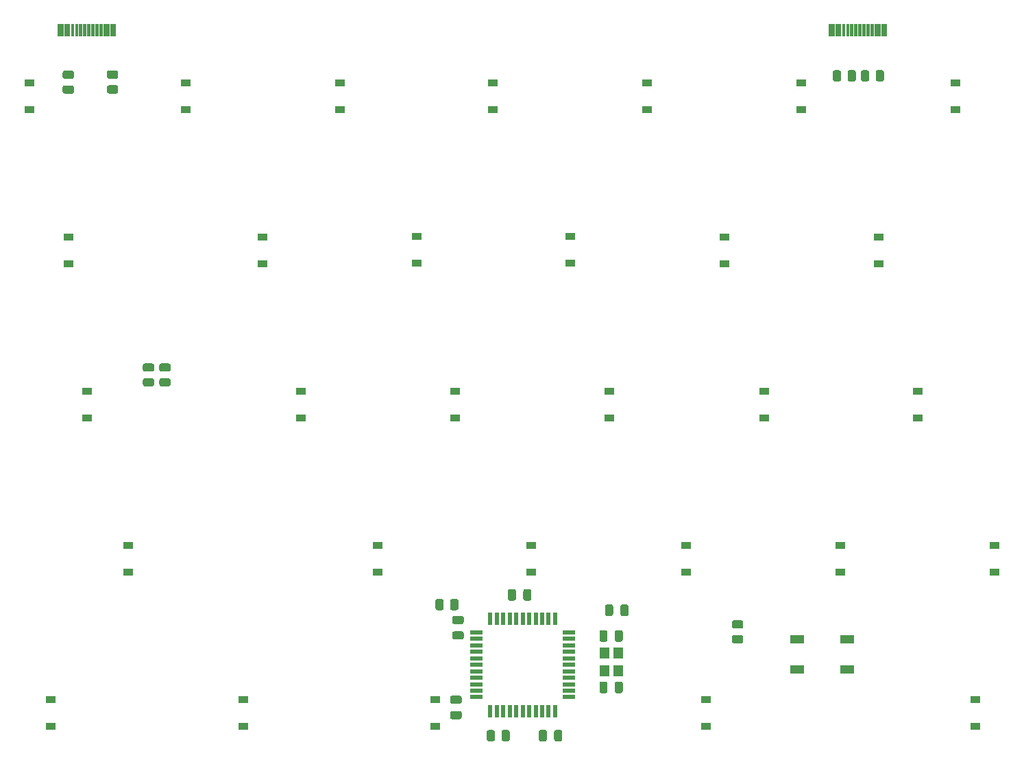
<source format=gbr>
%TF.GenerationSoftware,KiCad,Pcbnew,(5.1.10-1-10_14)*%
%TF.CreationDate,2022-06-17T20:08:22+09:00*%
%TF.ProjectId,pcb-left,7063622d-6c65-4667-942e-6b696361645f,rev?*%
%TF.SameCoordinates,Original*%
%TF.FileFunction,Paste,Bot*%
%TF.FilePolarity,Positive*%
%FSLAX46Y46*%
G04 Gerber Fmt 4.6, Leading zero omitted, Abs format (unit mm)*
G04 Created by KiCad (PCBNEW (5.1.10-1-10_14)) date 2022-06-17 20:08:22*
%MOMM*%
%LPD*%
G01*
G04 APERTURE LIST*
%ADD10R,1.200000X1.400000*%
%ADD11R,1.500000X0.550000*%
%ADD12R,0.550000X1.500000*%
%ADD13R,1.800000X1.100000*%
%ADD14R,1.200000X0.900000*%
G04 APERTURE END LIST*
%TO.C,R9*%
G36*
G01*
X96443750Y-113162501D02*
X96443750Y-112262499D01*
G75*
G02*
X96693749Y-112012500I249999J0D01*
G01*
X97218751Y-112012500D01*
G75*
G02*
X97468750Y-112262499I0J-249999D01*
G01*
X97468750Y-113162501D01*
G75*
G02*
X97218751Y-113412500I-249999J0D01*
G01*
X96693749Y-113412500D01*
G75*
G02*
X96443750Y-113162501I0J249999D01*
G01*
G37*
G36*
G01*
X94618750Y-113162501D02*
X94618750Y-112262499D01*
G75*
G02*
X94868749Y-112012500I249999J0D01*
G01*
X95393751Y-112012500D01*
G75*
G02*
X95643750Y-112262499I0J-249999D01*
G01*
X95643750Y-113162501D01*
G75*
G02*
X95393751Y-113412500I-249999J0D01*
G01*
X94868749Y-113412500D01*
G75*
G02*
X94618750Y-113162501I0J249999D01*
G01*
G37*
%TD*%
D10*
%TO.C,Y1*%
X117182000Y-120861000D03*
X117182000Y-118661000D03*
X115482000Y-118661000D03*
X115482000Y-120861000D03*
%TD*%
%TO.C,USB2*%
G36*
G01*
X149687000Y-42456000D02*
X149687000Y-41006000D01*
G75*
G02*
X149737000Y-40956000I50000J0D01*
G01*
X150337000Y-40956000D01*
G75*
G02*
X150387000Y-41006000I0J-50000D01*
G01*
X150387000Y-42456000D01*
G75*
G02*
X150337000Y-42506000I-50000J0D01*
G01*
X149737000Y-42506000D01*
G75*
G02*
X149687000Y-42456000I0J50000D01*
G01*
G37*
G36*
G01*
X143237000Y-42456000D02*
X143237000Y-41006000D01*
G75*
G02*
X143287000Y-40956000I50000J0D01*
G01*
X143887000Y-40956000D01*
G75*
G02*
X143937000Y-41006000I0J-50000D01*
G01*
X143937000Y-42456000D01*
G75*
G02*
X143887000Y-42506000I-50000J0D01*
G01*
X143287000Y-42506000D01*
G75*
G02*
X143237000Y-42456000I0J50000D01*
G01*
G37*
G36*
G01*
X148912000Y-42456000D02*
X148912000Y-41006000D01*
G75*
G02*
X148962000Y-40956000I50000J0D01*
G01*
X149562000Y-40956000D01*
G75*
G02*
X149612000Y-41006000I0J-50000D01*
G01*
X149612000Y-42456000D01*
G75*
G02*
X149562000Y-42506000I-50000J0D01*
G01*
X148962000Y-42506000D01*
G75*
G02*
X148912000Y-42456000I0J50000D01*
G01*
G37*
G36*
G01*
X144012000Y-42456000D02*
X144012000Y-41006000D01*
G75*
G02*
X144062000Y-40956000I50000J0D01*
G01*
X144662000Y-40956000D01*
G75*
G02*
X144712000Y-41006000I0J-50000D01*
G01*
X144712000Y-42456000D01*
G75*
G02*
X144662000Y-42506000I-50000J0D01*
G01*
X144062000Y-42506000D01*
G75*
G02*
X144012000Y-42456000I0J50000D01*
G01*
G37*
G36*
G01*
X144862000Y-42456000D02*
X144862000Y-41006000D01*
G75*
G02*
X144912000Y-40956000I50000J0D01*
G01*
X145212000Y-40956000D01*
G75*
G02*
X145262000Y-41006000I0J-50000D01*
G01*
X145262000Y-42456000D01*
G75*
G02*
X145212000Y-42506000I-50000J0D01*
G01*
X144912000Y-42506000D01*
G75*
G02*
X144862000Y-42456000I0J50000D01*
G01*
G37*
G36*
G01*
X148362000Y-42456000D02*
X148362000Y-41006000D01*
G75*
G02*
X148412000Y-40956000I50000J0D01*
G01*
X148712000Y-40956000D01*
G75*
G02*
X148762000Y-41006000I0J-50000D01*
G01*
X148762000Y-42456000D01*
G75*
G02*
X148712000Y-42506000I-50000J0D01*
G01*
X148412000Y-42506000D01*
G75*
G02*
X148362000Y-42456000I0J50000D01*
G01*
G37*
G36*
G01*
X145362000Y-42456000D02*
X145362000Y-41006000D01*
G75*
G02*
X145412000Y-40956000I50000J0D01*
G01*
X145712000Y-40956000D01*
G75*
G02*
X145762000Y-41006000I0J-50000D01*
G01*
X145762000Y-42456000D01*
G75*
G02*
X145712000Y-42506000I-50000J0D01*
G01*
X145412000Y-42506000D01*
G75*
G02*
X145362000Y-42456000I0J50000D01*
G01*
G37*
G36*
G01*
X147862000Y-42456000D02*
X147862000Y-41006000D01*
G75*
G02*
X147912000Y-40956000I50000J0D01*
G01*
X148212000Y-40956000D01*
G75*
G02*
X148262000Y-41006000I0J-50000D01*
G01*
X148262000Y-42456000D01*
G75*
G02*
X148212000Y-42506000I-50000J0D01*
G01*
X147912000Y-42506000D01*
G75*
G02*
X147862000Y-42456000I0J50000D01*
G01*
G37*
G36*
G01*
X145862000Y-42456000D02*
X145862000Y-41006000D01*
G75*
G02*
X145912000Y-40956000I50000J0D01*
G01*
X146212000Y-40956000D01*
G75*
G02*
X146262000Y-41006000I0J-50000D01*
G01*
X146262000Y-42456000D01*
G75*
G02*
X146212000Y-42506000I-50000J0D01*
G01*
X145912000Y-42506000D01*
G75*
G02*
X145862000Y-42456000I0J50000D01*
G01*
G37*
G36*
G01*
X147362000Y-42456000D02*
X147362000Y-41006000D01*
G75*
G02*
X147412000Y-40956000I50000J0D01*
G01*
X147712000Y-40956000D01*
G75*
G02*
X147762000Y-41006000I0J-50000D01*
G01*
X147762000Y-42456000D01*
G75*
G02*
X147712000Y-42506000I-50000J0D01*
G01*
X147412000Y-42506000D01*
G75*
G02*
X147362000Y-42456000I0J50000D01*
G01*
G37*
G36*
G01*
X146862000Y-42456000D02*
X146862000Y-41006000D01*
G75*
G02*
X146912000Y-40956000I50000J0D01*
G01*
X147212000Y-40956000D01*
G75*
G02*
X147262000Y-41006000I0J-50000D01*
G01*
X147262000Y-42456000D01*
G75*
G02*
X147212000Y-42506000I-50000J0D01*
G01*
X146912000Y-42506000D01*
G75*
G02*
X146862000Y-42456000I0J50000D01*
G01*
G37*
G36*
G01*
X146362000Y-42456000D02*
X146362000Y-41006000D01*
G75*
G02*
X146412000Y-40956000I50000J0D01*
G01*
X146712000Y-40956000D01*
G75*
G02*
X146762000Y-41006000I0J-50000D01*
G01*
X146762000Y-42456000D01*
G75*
G02*
X146712000Y-42506000I-50000J0D01*
G01*
X146412000Y-42506000D01*
G75*
G02*
X146362000Y-42456000I0J50000D01*
G01*
G37*
%TD*%
%TO.C,USB1*%
G36*
G01*
X54437000Y-42456000D02*
X54437000Y-41006000D01*
G75*
G02*
X54487000Y-40956000I50000J0D01*
G01*
X55087000Y-40956000D01*
G75*
G02*
X55137000Y-41006000I0J-50000D01*
G01*
X55137000Y-42456000D01*
G75*
G02*
X55087000Y-42506000I-50000J0D01*
G01*
X54487000Y-42506000D01*
G75*
G02*
X54437000Y-42456000I0J50000D01*
G01*
G37*
G36*
G01*
X47987000Y-42456000D02*
X47987000Y-41006000D01*
G75*
G02*
X48037000Y-40956000I50000J0D01*
G01*
X48637000Y-40956000D01*
G75*
G02*
X48687000Y-41006000I0J-50000D01*
G01*
X48687000Y-42456000D01*
G75*
G02*
X48637000Y-42506000I-50000J0D01*
G01*
X48037000Y-42506000D01*
G75*
G02*
X47987000Y-42456000I0J50000D01*
G01*
G37*
G36*
G01*
X53662000Y-42456000D02*
X53662000Y-41006000D01*
G75*
G02*
X53712000Y-40956000I50000J0D01*
G01*
X54312000Y-40956000D01*
G75*
G02*
X54362000Y-41006000I0J-50000D01*
G01*
X54362000Y-42456000D01*
G75*
G02*
X54312000Y-42506000I-50000J0D01*
G01*
X53712000Y-42506000D01*
G75*
G02*
X53662000Y-42456000I0J50000D01*
G01*
G37*
G36*
G01*
X48762000Y-42456000D02*
X48762000Y-41006000D01*
G75*
G02*
X48812000Y-40956000I50000J0D01*
G01*
X49412000Y-40956000D01*
G75*
G02*
X49462000Y-41006000I0J-50000D01*
G01*
X49462000Y-42456000D01*
G75*
G02*
X49412000Y-42506000I-50000J0D01*
G01*
X48812000Y-42506000D01*
G75*
G02*
X48762000Y-42456000I0J50000D01*
G01*
G37*
G36*
G01*
X49612000Y-42456000D02*
X49612000Y-41006000D01*
G75*
G02*
X49662000Y-40956000I50000J0D01*
G01*
X49962000Y-40956000D01*
G75*
G02*
X50012000Y-41006000I0J-50000D01*
G01*
X50012000Y-42456000D01*
G75*
G02*
X49962000Y-42506000I-50000J0D01*
G01*
X49662000Y-42506000D01*
G75*
G02*
X49612000Y-42456000I0J50000D01*
G01*
G37*
G36*
G01*
X53112000Y-42456000D02*
X53112000Y-41006000D01*
G75*
G02*
X53162000Y-40956000I50000J0D01*
G01*
X53462000Y-40956000D01*
G75*
G02*
X53512000Y-41006000I0J-50000D01*
G01*
X53512000Y-42456000D01*
G75*
G02*
X53462000Y-42506000I-50000J0D01*
G01*
X53162000Y-42506000D01*
G75*
G02*
X53112000Y-42456000I0J50000D01*
G01*
G37*
G36*
G01*
X50112000Y-42456000D02*
X50112000Y-41006000D01*
G75*
G02*
X50162000Y-40956000I50000J0D01*
G01*
X50462000Y-40956000D01*
G75*
G02*
X50512000Y-41006000I0J-50000D01*
G01*
X50512000Y-42456000D01*
G75*
G02*
X50462000Y-42506000I-50000J0D01*
G01*
X50162000Y-42506000D01*
G75*
G02*
X50112000Y-42456000I0J50000D01*
G01*
G37*
G36*
G01*
X52612000Y-42456000D02*
X52612000Y-41006000D01*
G75*
G02*
X52662000Y-40956000I50000J0D01*
G01*
X52962000Y-40956000D01*
G75*
G02*
X53012000Y-41006000I0J-50000D01*
G01*
X53012000Y-42456000D01*
G75*
G02*
X52962000Y-42506000I-50000J0D01*
G01*
X52662000Y-42506000D01*
G75*
G02*
X52612000Y-42456000I0J50000D01*
G01*
G37*
G36*
G01*
X50612000Y-42456000D02*
X50612000Y-41006000D01*
G75*
G02*
X50662000Y-40956000I50000J0D01*
G01*
X50962000Y-40956000D01*
G75*
G02*
X51012000Y-41006000I0J-50000D01*
G01*
X51012000Y-42456000D01*
G75*
G02*
X50962000Y-42506000I-50000J0D01*
G01*
X50662000Y-42506000D01*
G75*
G02*
X50612000Y-42456000I0J50000D01*
G01*
G37*
G36*
G01*
X52112000Y-42456000D02*
X52112000Y-41006000D01*
G75*
G02*
X52162000Y-40956000I50000J0D01*
G01*
X52462000Y-40956000D01*
G75*
G02*
X52512000Y-41006000I0J-50000D01*
G01*
X52512000Y-42456000D01*
G75*
G02*
X52462000Y-42506000I-50000J0D01*
G01*
X52162000Y-42506000D01*
G75*
G02*
X52112000Y-42456000I0J50000D01*
G01*
G37*
G36*
G01*
X51612000Y-42456000D02*
X51612000Y-41006000D01*
G75*
G02*
X51662000Y-40956000I50000J0D01*
G01*
X51962000Y-40956000D01*
G75*
G02*
X52012000Y-41006000I0J-50000D01*
G01*
X52012000Y-42456000D01*
G75*
G02*
X51962000Y-42506000I-50000J0D01*
G01*
X51662000Y-42506000D01*
G75*
G02*
X51612000Y-42456000I0J50000D01*
G01*
G37*
G36*
G01*
X51112000Y-42456000D02*
X51112000Y-41006000D01*
G75*
G02*
X51162000Y-40956000I50000J0D01*
G01*
X51462000Y-40956000D01*
G75*
G02*
X51512000Y-41006000I0J-50000D01*
G01*
X51512000Y-42456000D01*
G75*
G02*
X51462000Y-42506000I-50000J0D01*
G01*
X51162000Y-42506000D01*
G75*
G02*
X51112000Y-42456000I0J50000D01*
G01*
G37*
%TD*%
D11*
%TO.C,U1*%
X99710000Y-116142000D03*
X99710000Y-116942000D03*
X99710000Y-117742000D03*
X99710000Y-118542000D03*
X99710000Y-119342000D03*
X99710000Y-120142000D03*
X99710000Y-120942000D03*
X99710000Y-121742000D03*
X99710000Y-122542000D03*
X99710000Y-123342000D03*
X99710000Y-124142000D03*
D12*
X101410000Y-125842000D03*
X102210000Y-125842000D03*
X103010000Y-125842000D03*
X103810000Y-125842000D03*
X104610000Y-125842000D03*
X105410000Y-125842000D03*
X106210000Y-125842000D03*
X107010000Y-125842000D03*
X107810000Y-125842000D03*
X108610000Y-125842000D03*
X109410000Y-125842000D03*
D11*
X111110000Y-124142000D03*
X111110000Y-123342000D03*
X111110000Y-122542000D03*
X111110000Y-121742000D03*
X111110000Y-120942000D03*
X111110000Y-120142000D03*
X111110000Y-119342000D03*
X111110000Y-118542000D03*
X111110000Y-117742000D03*
X111110000Y-116942000D03*
X111110000Y-116142000D03*
D12*
X109410000Y-114442000D03*
X108610000Y-114442000D03*
X107810000Y-114442000D03*
X107010000Y-114442000D03*
X106210000Y-114442000D03*
X105410000Y-114442000D03*
X104610000Y-114442000D03*
X103810000Y-114442000D03*
X103010000Y-114442000D03*
X102210000Y-114442000D03*
X101410000Y-114442000D03*
%TD*%
D13*
%TO.C,SW1*%
X145467000Y-120722000D03*
X139267000Y-117022000D03*
X145467000Y-117022000D03*
X139267000Y-120722000D03*
%TD*%
%TO.C,R8*%
G36*
G01*
X101985500Y-128454999D02*
X101985500Y-129355001D01*
G75*
G02*
X101735501Y-129605000I-249999J0D01*
G01*
X101210499Y-129605000D01*
G75*
G02*
X100960500Y-129355001I0J249999D01*
G01*
X100960500Y-128454999D01*
G75*
G02*
X101210499Y-128205000I249999J0D01*
G01*
X101735501Y-128205000D01*
G75*
G02*
X101985500Y-128454999I0J-249999D01*
G01*
G37*
G36*
G01*
X103810500Y-128454999D02*
X103810500Y-129355001D01*
G75*
G02*
X103560501Y-129605000I-249999J0D01*
G01*
X103035499Y-129605000D01*
G75*
G02*
X102785500Y-129355001I0J249999D01*
G01*
X102785500Y-128454999D01*
G75*
G02*
X103035499Y-128205000I249999J0D01*
G01*
X103560501Y-128205000D01*
G75*
G02*
X103810500Y-128454999I0J-249999D01*
G01*
G37*
%TD*%
%TO.C,R7*%
G36*
G01*
X131502999Y-116478000D02*
X132403001Y-116478000D01*
G75*
G02*
X132653000Y-116727999I0J-249999D01*
G01*
X132653000Y-117253001D01*
G75*
G02*
X132403001Y-117503000I-249999J0D01*
G01*
X131502999Y-117503000D01*
G75*
G02*
X131253000Y-117253001I0J249999D01*
G01*
X131253000Y-116727999D01*
G75*
G02*
X131502999Y-116478000I249999J0D01*
G01*
G37*
G36*
G01*
X131502999Y-114653000D02*
X132403001Y-114653000D01*
G75*
G02*
X132653000Y-114902999I0J-249999D01*
G01*
X132653000Y-115428001D01*
G75*
G02*
X132403001Y-115678000I-249999J0D01*
G01*
X131502999Y-115678000D01*
G75*
G02*
X131253000Y-115428001I0J249999D01*
G01*
X131253000Y-114902999D01*
G75*
G02*
X131502999Y-114653000I249999J0D01*
G01*
G37*
%TD*%
%TO.C,R6*%
G36*
G01*
X61664001Y-83928000D02*
X60763999Y-83928000D01*
G75*
G02*
X60514000Y-83678001I0J249999D01*
G01*
X60514000Y-83152999D01*
G75*
G02*
X60763999Y-82903000I249999J0D01*
G01*
X61664001Y-82903000D01*
G75*
G02*
X61914000Y-83152999I0J-249999D01*
G01*
X61914000Y-83678001D01*
G75*
G02*
X61664001Y-83928000I-249999J0D01*
G01*
G37*
G36*
G01*
X61664001Y-85753000D02*
X60763999Y-85753000D01*
G75*
G02*
X60514000Y-85503001I0J249999D01*
G01*
X60514000Y-84977999D01*
G75*
G02*
X60763999Y-84728000I249999J0D01*
G01*
X61664001Y-84728000D01*
G75*
G02*
X61914000Y-84977999I0J-249999D01*
G01*
X61914000Y-85503001D01*
G75*
G02*
X61664001Y-85753000I-249999J0D01*
G01*
G37*
%TD*%
%TO.C,R5*%
G36*
G01*
X59632001Y-83928000D02*
X58731999Y-83928000D01*
G75*
G02*
X58482000Y-83678001I0J249999D01*
G01*
X58482000Y-83152999D01*
G75*
G02*
X58731999Y-82903000I249999J0D01*
G01*
X59632001Y-82903000D01*
G75*
G02*
X59882000Y-83152999I0J-249999D01*
G01*
X59882000Y-83678001D01*
G75*
G02*
X59632001Y-83928000I-249999J0D01*
G01*
G37*
G36*
G01*
X59632001Y-85753000D02*
X58731999Y-85753000D01*
G75*
G02*
X58482000Y-85503001I0J249999D01*
G01*
X58482000Y-84977999D01*
G75*
G02*
X58731999Y-84728000I249999J0D01*
G01*
X59632001Y-84728000D01*
G75*
G02*
X59882000Y-84977999I0J-249999D01*
G01*
X59882000Y-85503001D01*
G75*
G02*
X59632001Y-85753000I-249999J0D01*
G01*
G37*
%TD*%
%TO.C,R4*%
G36*
G01*
X149013500Y-47821001D02*
X149013500Y-46920999D01*
G75*
G02*
X149263499Y-46671000I249999J0D01*
G01*
X149788501Y-46671000D01*
G75*
G02*
X150038500Y-46920999I0J-249999D01*
G01*
X150038500Y-47821001D01*
G75*
G02*
X149788501Y-48071000I-249999J0D01*
G01*
X149263499Y-48071000D01*
G75*
G02*
X149013500Y-47821001I0J249999D01*
G01*
G37*
G36*
G01*
X147188500Y-47821001D02*
X147188500Y-46920999D01*
G75*
G02*
X147438499Y-46671000I249999J0D01*
G01*
X147963501Y-46671000D01*
G75*
G02*
X148213500Y-46920999I0J-249999D01*
G01*
X148213500Y-47821001D01*
G75*
G02*
X147963501Y-48071000I-249999J0D01*
G01*
X147438499Y-48071000D01*
G75*
G02*
X147188500Y-47821001I0J249999D01*
G01*
G37*
%TD*%
%TO.C,R3*%
G36*
G01*
X144737500Y-46920999D02*
X144737500Y-47821001D01*
G75*
G02*
X144487501Y-48071000I-249999J0D01*
G01*
X143962499Y-48071000D01*
G75*
G02*
X143712500Y-47821001I0J249999D01*
G01*
X143712500Y-46920999D01*
G75*
G02*
X143962499Y-46671000I249999J0D01*
G01*
X144487501Y-46671000D01*
G75*
G02*
X144737500Y-46920999I0J-249999D01*
G01*
G37*
G36*
G01*
X146562500Y-46920999D02*
X146562500Y-47821001D01*
G75*
G02*
X146312501Y-48071000I-249999J0D01*
G01*
X145787499Y-48071000D01*
G75*
G02*
X145537500Y-47821001I0J249999D01*
G01*
X145537500Y-46920999D01*
G75*
G02*
X145787499Y-46671000I249999J0D01*
G01*
X146312501Y-46671000D01*
G75*
G02*
X146562500Y-46920999I0J-249999D01*
G01*
G37*
%TD*%
%TO.C,R2*%
G36*
G01*
X55187001Y-47733000D02*
X54286999Y-47733000D01*
G75*
G02*
X54037000Y-47483001I0J249999D01*
G01*
X54037000Y-46957999D01*
G75*
G02*
X54286999Y-46708000I249999J0D01*
G01*
X55187001Y-46708000D01*
G75*
G02*
X55437000Y-46957999I0J-249999D01*
G01*
X55437000Y-47483001D01*
G75*
G02*
X55187001Y-47733000I-249999J0D01*
G01*
G37*
G36*
G01*
X55187001Y-49558000D02*
X54286999Y-49558000D01*
G75*
G02*
X54037000Y-49308001I0J249999D01*
G01*
X54037000Y-48782999D01*
G75*
G02*
X54286999Y-48533000I249999J0D01*
G01*
X55187001Y-48533000D01*
G75*
G02*
X55437000Y-48782999I0J-249999D01*
G01*
X55437000Y-49308001D01*
G75*
G02*
X55187001Y-49558000I-249999J0D01*
G01*
G37*
%TD*%
%TO.C,R1*%
G36*
G01*
X49726001Y-47756500D02*
X48825999Y-47756500D01*
G75*
G02*
X48576000Y-47506501I0J249999D01*
G01*
X48576000Y-46981499D01*
G75*
G02*
X48825999Y-46731500I249999J0D01*
G01*
X49726001Y-46731500D01*
G75*
G02*
X49976000Y-46981499I0J-249999D01*
G01*
X49976000Y-47506501D01*
G75*
G02*
X49726001Y-47756500I-249999J0D01*
G01*
G37*
G36*
G01*
X49726001Y-49581500D02*
X48825999Y-49581500D01*
G75*
G02*
X48576000Y-49331501I0J249999D01*
G01*
X48576000Y-48806499D01*
G75*
G02*
X48825999Y-48556500I249999J0D01*
G01*
X49726001Y-48556500D01*
G75*
G02*
X49976000Y-48806499I0J-249999D01*
G01*
X49976000Y-49331501D01*
G75*
G02*
X49726001Y-49581500I-249999J0D01*
G01*
G37*
%TD*%
D14*
%TO.C,D30*%
X158877000Y-48261000D03*
X158877000Y-51561000D03*
%TD*%
%TO.C,D29*%
X163703000Y-105411000D03*
X163703000Y-108711000D03*
%TD*%
%TO.C,D28*%
X154178000Y-86361000D03*
X154178000Y-89661000D03*
%TD*%
%TO.C,D27*%
X149352000Y-67311000D03*
X149352000Y-70611000D03*
%TD*%
%TO.C,D26*%
X139827000Y-48261000D03*
X139827000Y-51561000D03*
%TD*%
%TO.C,D25*%
X161290000Y-124461000D03*
X161290000Y-127761000D03*
%TD*%
%TO.C,D24*%
X144653000Y-105411000D03*
X144653000Y-108711000D03*
%TD*%
%TO.C,D23*%
X135255000Y-86361000D03*
X135255000Y-89661000D03*
%TD*%
%TO.C,D22*%
X130302000Y-67311000D03*
X130302000Y-70611000D03*
%TD*%
%TO.C,D21*%
X120777000Y-48261000D03*
X120777000Y-51561000D03*
%TD*%
%TO.C,D20*%
X128016000Y-124461000D03*
X128016000Y-127761000D03*
%TD*%
%TO.C,D19*%
X125603000Y-105411000D03*
X125603000Y-108711000D03*
%TD*%
%TO.C,D18*%
X116078000Y-86361000D03*
X116078000Y-89661000D03*
%TD*%
%TO.C,D17*%
X111252000Y-67184000D03*
X111252000Y-70484000D03*
%TD*%
%TO.C,D16*%
X101727000Y-48261000D03*
X101727000Y-51561000D03*
%TD*%
%TO.C,D15*%
X94615000Y-124461000D03*
X94615000Y-127761000D03*
%TD*%
%TO.C,D14*%
X106426000Y-105411000D03*
X106426000Y-108711000D03*
%TD*%
%TO.C,D13*%
X97028000Y-86361000D03*
X97028000Y-89661000D03*
%TD*%
%TO.C,D12*%
X92329000Y-67184000D03*
X92329000Y-70484000D03*
%TD*%
%TO.C,D11*%
X82804000Y-48261000D03*
X82804000Y-51561000D03*
%TD*%
%TO.C,D10*%
X70866000Y-124461000D03*
X70866000Y-127761000D03*
%TD*%
%TO.C,D9*%
X87503000Y-105411000D03*
X87503000Y-108711000D03*
%TD*%
%TO.C,D8*%
X77978000Y-86361000D03*
X77978000Y-89661000D03*
%TD*%
%TO.C,D7*%
X73279000Y-67311000D03*
X73279000Y-70611000D03*
%TD*%
%TO.C,D6*%
X63754000Y-48261000D03*
X63754000Y-51561000D03*
%TD*%
%TO.C,D5*%
X47117000Y-124461000D03*
X47117000Y-127761000D03*
%TD*%
%TO.C,D4*%
X56642000Y-105411000D03*
X56642000Y-108711000D03*
%TD*%
%TO.C,D3*%
X51562000Y-86361000D03*
X51562000Y-89661000D03*
%TD*%
%TO.C,D2*%
X49276000Y-67311000D03*
X49276000Y-70611000D03*
%TD*%
%TO.C,D1*%
X44450000Y-48261000D03*
X44450000Y-51561000D03*
%TD*%
%TO.C,C7*%
G36*
G01*
X104579000Y-111031000D02*
X104579000Y-111981000D01*
G75*
G02*
X104329000Y-112231000I-250000J0D01*
G01*
X103829000Y-112231000D01*
G75*
G02*
X103579000Y-111981000I0J250000D01*
G01*
X103579000Y-111031000D01*
G75*
G02*
X103829000Y-110781000I250000J0D01*
G01*
X104329000Y-110781000D01*
G75*
G02*
X104579000Y-111031000I0J-250000D01*
G01*
G37*
G36*
G01*
X106479000Y-111031000D02*
X106479000Y-111981000D01*
G75*
G02*
X106229000Y-112231000I-250000J0D01*
G01*
X105729000Y-112231000D01*
G75*
G02*
X105479000Y-111981000I0J250000D01*
G01*
X105479000Y-111031000D01*
G75*
G02*
X105729000Y-110781000I250000J0D01*
G01*
X106229000Y-110781000D01*
G75*
G02*
X106479000Y-111031000I0J-250000D01*
G01*
G37*
%TD*%
%TO.C,C6*%
G36*
G01*
X115882000Y-116111000D02*
X115882000Y-117061000D01*
G75*
G02*
X115632000Y-117311000I-250000J0D01*
G01*
X115132000Y-117311000D01*
G75*
G02*
X114882000Y-117061000I0J250000D01*
G01*
X114882000Y-116111000D01*
G75*
G02*
X115132000Y-115861000I250000J0D01*
G01*
X115632000Y-115861000D01*
G75*
G02*
X115882000Y-116111000I0J-250000D01*
G01*
G37*
G36*
G01*
X117782000Y-116111000D02*
X117782000Y-117061000D01*
G75*
G02*
X117532000Y-117311000I-250000J0D01*
G01*
X117032000Y-117311000D01*
G75*
G02*
X116782000Y-117061000I0J250000D01*
G01*
X116782000Y-116111000D01*
G75*
G02*
X117032000Y-115861000I250000J0D01*
G01*
X117532000Y-115861000D01*
G75*
G02*
X117782000Y-116111000I0J-250000D01*
G01*
G37*
%TD*%
%TO.C,C5*%
G36*
G01*
X116782000Y-123411000D02*
X116782000Y-122461000D01*
G75*
G02*
X117032000Y-122211000I250000J0D01*
G01*
X117532000Y-122211000D01*
G75*
G02*
X117782000Y-122461000I0J-250000D01*
G01*
X117782000Y-123411000D01*
G75*
G02*
X117532000Y-123661000I-250000J0D01*
G01*
X117032000Y-123661000D01*
G75*
G02*
X116782000Y-123411000I0J250000D01*
G01*
G37*
G36*
G01*
X114882000Y-123411000D02*
X114882000Y-122461000D01*
G75*
G02*
X115132000Y-122211000I250000J0D01*
G01*
X115632000Y-122211000D01*
G75*
G02*
X115882000Y-122461000I0J-250000D01*
G01*
X115882000Y-123411000D01*
G75*
G02*
X115632000Y-123661000I-250000J0D01*
G01*
X115132000Y-123661000D01*
G75*
G02*
X114882000Y-123411000I0J250000D01*
G01*
G37*
%TD*%
%TO.C,C4*%
G36*
G01*
X117478000Y-113886000D02*
X117478000Y-112936000D01*
G75*
G02*
X117728000Y-112686000I250000J0D01*
G01*
X118228000Y-112686000D01*
G75*
G02*
X118478000Y-112936000I0J-250000D01*
G01*
X118478000Y-113886000D01*
G75*
G02*
X118228000Y-114136000I-250000J0D01*
G01*
X117728000Y-114136000D01*
G75*
G02*
X117478000Y-113886000I0J250000D01*
G01*
G37*
G36*
G01*
X115578000Y-113886000D02*
X115578000Y-112936000D01*
G75*
G02*
X115828000Y-112686000I250000J0D01*
G01*
X116328000Y-112686000D01*
G75*
G02*
X116578000Y-112936000I0J-250000D01*
G01*
X116578000Y-113886000D01*
G75*
G02*
X116328000Y-114136000I-250000J0D01*
G01*
X115828000Y-114136000D01*
G75*
G02*
X115578000Y-113886000I0J250000D01*
G01*
G37*
%TD*%
%TO.C,C3*%
G36*
G01*
X97630000Y-124962500D02*
X96680000Y-124962500D01*
G75*
G02*
X96430000Y-124712500I0J250000D01*
G01*
X96430000Y-124212500D01*
G75*
G02*
X96680000Y-123962500I250000J0D01*
G01*
X97630000Y-123962500D01*
G75*
G02*
X97880000Y-124212500I0J-250000D01*
G01*
X97880000Y-124712500D01*
G75*
G02*
X97630000Y-124962500I-250000J0D01*
G01*
G37*
G36*
G01*
X97630000Y-126862500D02*
X96680000Y-126862500D01*
G75*
G02*
X96430000Y-126612500I0J250000D01*
G01*
X96430000Y-126112500D01*
G75*
G02*
X96680000Y-125862500I250000J0D01*
G01*
X97630000Y-125862500D01*
G75*
G02*
X97880000Y-126112500I0J-250000D01*
G01*
X97880000Y-126612500D01*
G75*
G02*
X97630000Y-126862500I-250000J0D01*
G01*
G37*
%TD*%
%TO.C,C2*%
G36*
G01*
X96934000Y-116020000D02*
X97884000Y-116020000D01*
G75*
G02*
X98134000Y-116270000I0J-250000D01*
G01*
X98134000Y-116770000D01*
G75*
G02*
X97884000Y-117020000I-250000J0D01*
G01*
X96934000Y-117020000D01*
G75*
G02*
X96684000Y-116770000I0J250000D01*
G01*
X96684000Y-116270000D01*
G75*
G02*
X96934000Y-116020000I250000J0D01*
G01*
G37*
G36*
G01*
X96934000Y-114120000D02*
X97884000Y-114120000D01*
G75*
G02*
X98134000Y-114370000I0J-250000D01*
G01*
X98134000Y-114870000D01*
G75*
G02*
X97884000Y-115120000I-250000J0D01*
G01*
X96934000Y-115120000D01*
G75*
G02*
X96684000Y-114870000I0J250000D01*
G01*
X96684000Y-114370000D01*
G75*
G02*
X96934000Y-114120000I250000J0D01*
G01*
G37*
%TD*%
%TO.C,C1*%
G36*
G01*
X109289000Y-129380000D02*
X109289000Y-128430000D01*
G75*
G02*
X109539000Y-128180000I250000J0D01*
G01*
X110039000Y-128180000D01*
G75*
G02*
X110289000Y-128430000I0J-250000D01*
G01*
X110289000Y-129380000D01*
G75*
G02*
X110039000Y-129630000I-250000J0D01*
G01*
X109539000Y-129630000D01*
G75*
G02*
X109289000Y-129380000I0J250000D01*
G01*
G37*
G36*
G01*
X107389000Y-129380000D02*
X107389000Y-128430000D01*
G75*
G02*
X107639000Y-128180000I250000J0D01*
G01*
X108139000Y-128180000D01*
G75*
G02*
X108389000Y-128430000I0J-250000D01*
G01*
X108389000Y-129380000D01*
G75*
G02*
X108139000Y-129630000I-250000J0D01*
G01*
X107639000Y-129630000D01*
G75*
G02*
X107389000Y-129380000I0J250000D01*
G01*
G37*
%TD*%
M02*

</source>
